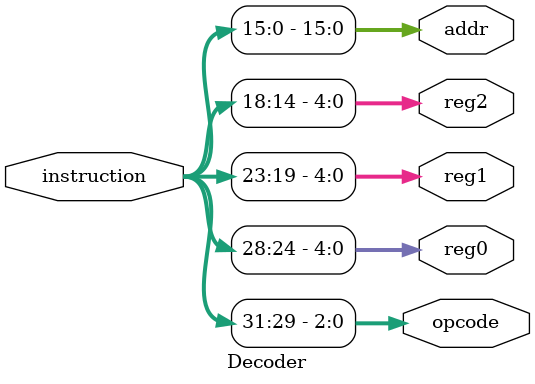
<source format=v>
`timescale 1ns / 1ps

module Decoder(
    input [31:0] instruction,   // 32-bit Instruction to be decomposed into constituent fields.
    output [2:0] opcode,        // Opcode.
    output [4:0] reg0,          // Source register (rs).
    output [4:0] reg1,          // Target or Transfer register (rt).
    output [4:0] reg2,          // Destination register (rd).
    output [15:0] addr          // Address (read or branch).
    );
    
    // Parse the fields to their appropriate outputs.
    assign opcode = instruction[31:29]; // Constant.
    assign reg0 = instruction[28:24];   // Constant.
    assign reg1 = instruction[23:19];   // Present only in Arithemtic and Control instructions. Ignored otherwise.
    assign reg2 = instruction[18:14];   // Present only in Arithmetic instructions. Ignored otherwise.
    assign addr = instruction[15:0];    // Present only in Memory and Control instructions. Ignored otherwise.

endmodule

</source>
